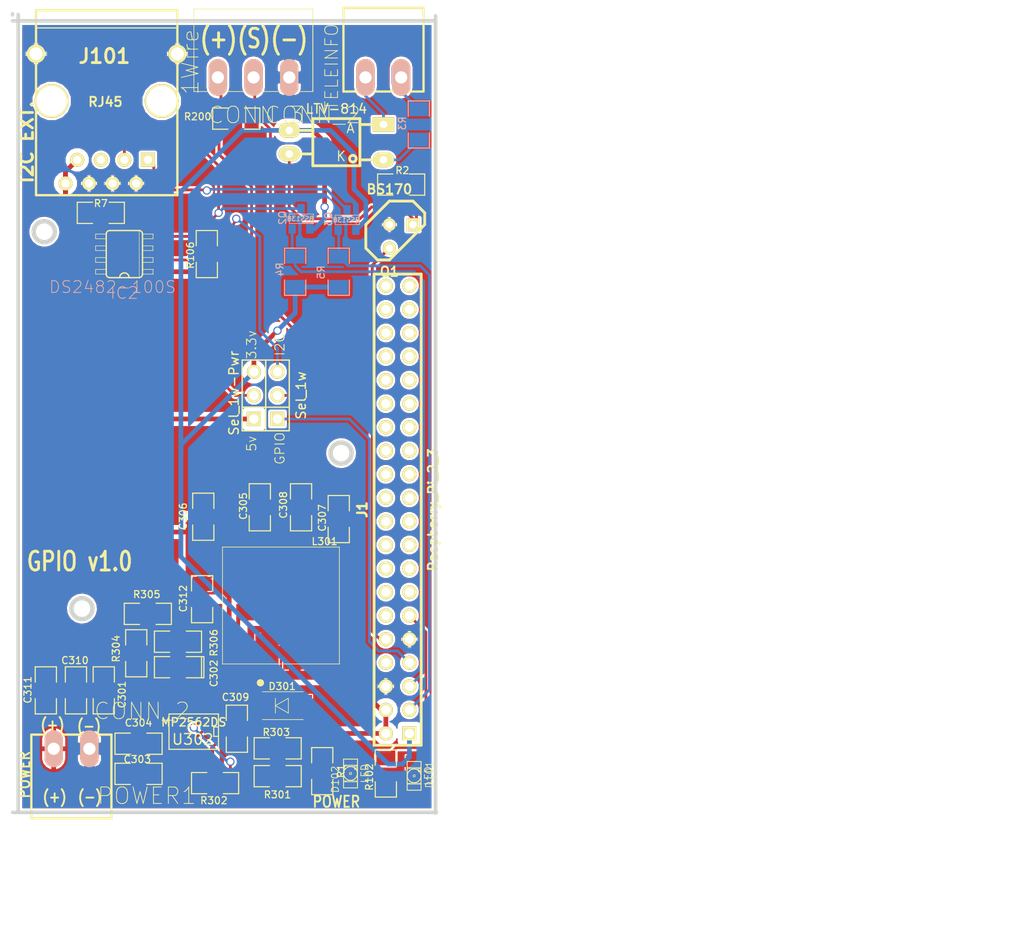
<source format=kicad_pcb>
(kicad_pcb (version 3) (host pcbnew "(2013-07-07 BZR 4022)-stable")
  (title_block (title "Short Main Board - SMB controller") (rev 0) (company "XPLDUINO project") (comment 1 "GNU GPL v2") (comment 2 "Domotic Open Source "))
  (layers (15 Dessus mixed) (0 Dessous mixed))
  (net 0 "")
  (net 1 +12V)
  (net 2 +5V)
  (net 3 1WIRE)
  (net 4 1WireOut_2)
  (net 5 3.3V)
  (net 6 GND)
  (net 7 LED_STATUS)
  (net 8 N-000001)
  (net 9 N-0000038)
  (net 10 N-0000039)
  (net 11 N-0000044)
  (net 12 N-0000048)
  (net 13 N-0000049)
  (net 14 N-0000050)
  (net 15 N-0000051)
  (net 16 N-0000052)
  (net 17 N-0000053)
  (net 18 N-0000054)
  (net 19 N-0000057)
  (net 20 N-0000058)
  (net 21 N-0000059)
  (net 22 SCL_3.3V)
  (net 23 SCL_5V)
  (net 24 SDA_3.3V)
  (net 25 SDA_5V)
  (net 26 TELEINFO_RX)
  (net 27 pre_5V)
  (module SM1206 (layer Dessus) (at 54.61 52.705 90)
    (fp_text reference R106)
    (fp_text value 10kR hide)
    (pad 1 smd rect (at -1.651 0 90) (size 1.524 2.032) (layers Dessus Dessus.Pate Dessus.Masque) (net 2 +5V))
    (pad 2 smd rect (at 1.651 0 90) (size 1.524 2.032) (layers Dessus Dessus.Pate Dessus.Masque) (net 23 SCL_5V))
  )
  (module SM1206 (layer Dessus) (at 73.914 108.712 270)
    (fp_text reference R102)
    (fp_text value 3.3kR hide)
    (pad 1 smd rect (at -1.651 0 270) (size 1.524 2.032) (layers Dessus Dessus.Pate Dessus.Masque) (net 7 LED_STATUS))
    (pad 2 smd rect (at 1.651 0 270) (size 1.524 2.032) (layers Dessus Dessus.Pate Dessus.Masque) (net 11 N-0000044))
  )
  (module LED-1206 (layer Dessus) (at 76.962 108.966 90)
    (fp_text reference D101)
    (fp_text value LED)
    (pad 1 smd rect (at -1.41986 0 90) (size 1.59766 1.80086) (layers Dessus Dessus.Pate Dessus.Masque) (net 11 N-0000044))
    (pad 2 smd rect (at 1.41986 0 90) (size 1.59766 1.80086) (layers Dessus Dessus.Pate Dessus.Masque) (net 6 GND))
  )
  (module SRF1260-150M (layer Dessus) (at 62.6 90.6 180)
    (fp_text reference L301)
    (fp_text value SRF1260-150M)
    (pad 1 smd rect (at 1.50114 -4.97586 180) (size 2.49936 3.85064) (layers Dessus Dessus.Pate Dessus.Masque) (net 27 pre_5V))
    (pad 2 smd rect (at -1.50114 -4.97586 180) (size 2.49936 3.85064) (layers Dessus Dessus.Pate Dessus.Masque) (net 27 pre_5V))
    (pad 3 smd rect (at -1.50114 4.97586 180) (size 2.49936 3.85064) (layers Dessus Dessus.Pate Dessus.Masque) (net 2 +5V))
    (pad 4 smd rect (at 1.50114 4.97586 180) (size 2.49936 3.85064) (layers Dessus Dessus.Pate Dessus.Masque) (net 2 +5V))
  )
  (module SO8E (layer Dessus) (at 53.2 104.2 180)
    (fp_text reference U302)
    (fp_text value MP2562DS)
    (pad 8 smd rect (at -1.905 -2.667 180) (size 0.59944 1.39954) (layers Dessus Dessus.Pate Dessus.Masque) (net 18 N-0000054))
    (pad 1 smd rect (at -1.905 2.667 180) (size 0.59944 1.39954) (layers Dessus Dessus.Pate Dessus.Masque) (net 27 pre_5V))
    (pad 7 smd rect (at -0.635 -2.667 180) (size 0.59944 1.39954) (layers Dessus Dessus.Pate Dessus.Masque) (net 1 +12V))
    (pad 6 smd rect (at 0.635 -2.667 180) (size 0.59944 1.39954) (layers Dessus Dessus.Pate Dessus.Masque) (net 17 N-0000053))
    (pad 5 smd rect (at 1.905 -2.667 180) (size 0.59944 1.39954) (layers Dessus Dessus.Pate Dessus.Masque) (net 6 GND))
    (pad 2 smd rect (at -0.635 2.667 180) (size 0.59944 1.39954) (layers Dessus Dessus.Pate Dessus.Masque) (net 21 N-0000059))
    (pad 3 smd rect (at 0.635 2.667 180) (size 0.59944 1.39954) (layers Dessus Dessus.Pate Dessus.Masque) (net 16 N-0000052))
    (pad 4 smd rect (at 1.905 2.667 180) (size 0.59944 1.39954) (layers Dessus Dessus.Pate Dessus.Masque) (net 19 N-0000057))
  )
  (module SM1206POL (layer Dessus) (at 51.5 97.25 180)
    (fp_text reference C302)
    (fp_text value 150pF hide)
    (pad 1 smd rect (at -1.651 0 180) (size 1.524 2.032) (layers Dessus Dessus.Pate Dessus.Masque) (net 16 N-0000052))
    (pad 2 smd rect (at 1.651 0 180) (size 1.524 2.032) (layers Dessus Dessus.Pate Dessus.Masque) (net 20 N-0000058))
  )
  (module SM1206 (layer Dessus) (at 47 95.75 90)
    (fp_text reference R304)
    (fp_text value 158k hide)
    (pad 1 smd rect (at -1.651 0 90) (size 1.524 2.032) (layers Dessus Dessus.Pate Dessus.Masque) (net 20 N-0000058))
    (pad 2 smd rect (at 1.651 0 90) (size 1.524 2.032) (layers Dessus Dessus.Pate Dessus.Masque) (net 6 GND))
  )
  (module SM1206 (layer Dessus) (at 62.25 106)
    (fp_text reference R303)
    (fp_text value 200k hide)
    (pad 1 smd rect (at -1.651 0) (size 1.524 2.032) (layers Dessus Dessus.Pate Dessus.Masque) (net 17 N-0000053))
    (pad 2 smd rect (at 1.651 0) (size 1.524 2.032) (layers Dessus Dessus.Pate Dessus.Masque) (net 6 GND))
  )
  (module SM1206 (layer Dessus) (at 51.5 94.5)
    (fp_text reference R306)
    (fp_text value 210k hide)
    (pad 1 smd rect (at -1.651 0) (size 1.524 2.032) (layers Dessus Dessus.Pate Dessus.Masque) (net 19 N-0000057))
    (pad 2 smd rect (at 1.651 0) (size 1.524 2.032) (layers Dessus Dessus.Pate Dessus.Masque) (net 2 +5V))
  )
  (module SM1206 (layer Dessus) (at 48.25 91.5 180)
    (fp_text reference R305)
    (fp_text value 40.2k hide)
    (pad 1 smd rect (at -1.651 0 180) (size 1.524 2.032) (layers Dessus Dessus.Pate Dessus.Masque) (net 19 N-0000057))
    (pad 2 smd rect (at 1.651 0 180) (size 1.524 2.032) (layers Dessus Dessus.Pate Dessus.Masque) (net 6 GND))
  )
  (module SM1206 (layer Dessus) (at 55.5 109.75)
    (fp_text reference R302)
    (fp_text value 100k hide)
    (pad 1 smd rect (at -1.651 0) (size 1.524 2.032) (layers Dessus Dessus.Pate Dessus.Masque) (net 1 +12V))
    (pad 2 smd rect (at 1.651 0) (size 1.524 2.032) (layers Dessus Dessus.Pate Dessus.Masque) (net 21 N-0000059))
  )
  (module SM1206 (layer Dessus) (at 62.25 109)
    (fp_text reference R301)
    (fp_text value 17.4k hide)
    (pad 1 smd rect (at -1.651 0) (size 1.524 2.032) (layers Dessus Dessus.Pate Dessus.Masque) (net 21 N-0000059))
    (pad 2 smd rect (at 1.651 0) (size 1.524 2.032) (layers Dessus Dessus.Pate Dessus.Masque) (net 6 GND))
  )
  (module SM1206 (layer Dessus) (at 60.325 80.01 90)
    (fp_text reference C305)
    (fp_text value 4.7uF hide)
    (pad 1 smd rect (at -1.651 0 90) (size 1.524 2.032) (layers Dessus Dessus.Pate Dessus.Masque) (net 2 +5V))
    (pad 2 smd rect (at 1.651 0 90) (size 1.524 2.032) (layers Dessus Dessus.Pate Dessus.Masque) (net 6 GND))
  )
  (module SM1206 (layer Dessus) (at 54.229 81.026 90)
    (fp_text reference C306)
    (fp_text value 4.7uF hide)
    (pad 1 smd rect (at -1.651 0 90) (size 1.524 2.032) (layers Dessus Dessus.Pate Dessus.Masque) (net 2 +5V))
    (pad 2 smd rect (at 1.651 0 90) (size 1.524 2.032) (layers Dessus Dessus.Pate Dessus.Masque) (net 6 GND))
  )
  (module SM1206 (layer Dessus) (at 68.834 81.28 90)
    (fp_text reference C307)
    (fp_text value 4.7uF hide)
    (pad 1 smd rect (at -1.651 0 90) (size 1.524 2.032) (layers Dessus Dessus.Pate Dessus.Masque) (net 2 +5V))
    (pad 2 smd rect (at 1.651 0 90) (size 1.524 2.032) (layers Dessus Dessus.Pate Dessus.Masque) (net 6 GND))
  )
  (module SM1206 (layer Dessus) (at 64.77 80.01 90)
    (fp_text reference C308)
    (fp_text value 4.7uF hide)
    (pad 1 smd rect (at -1.651 0 90) (size 1.524 2.032) (layers Dessus Dessus.Pate Dessus.Masque) (net 2 +5V))
    (pad 2 smd rect (at 1.651 0 90) (size 1.524 2.032) (layers Dessus Dessus.Pate Dessus.Masque) (net 6 GND))
  )
  (module SM1206 (layer Dessus) (at 43.5 99.75 90)
    (fp_text reference C301)
    (fp_text value 1uF hide)
    (pad 1 smd rect (at -1.651 0 90) (size 1.524 2.032) (layers Dessus Dessus.Pate Dessus.Masque) (net 1 +12V))
    (pad 2 smd rect (at 1.651 0 90) (size 1.524 2.032) (layers Dessus Dessus.Pate Dessus.Masque) (net 6 GND))
  )
  (module SM1206 (layer Dessus) (at 47.25 108.75)
    (fp_text reference C303)
    (fp_text value 1uF hide)
    (pad 1 smd rect (at -1.651 0) (size 1.524 2.032) (layers Dessus Dessus.Pate Dessus.Masque) (net 1 +12V))
    (pad 2 smd rect (at 1.651 0) (size 1.524 2.032) (layers Dessus Dessus.Pate Dessus.Masque) (net 6 GND))
  )
  (module SM1206 (layer Dessus) (at 40.5 99.75 90)
    (fp_text reference C310)
    (fp_text value 1uF hide)
    (pad 1 smd rect (at -1.651 0 90) (size 1.524 2.032) (layers Dessus Dessus.Pate Dessus.Masque) (net 1 +12V))
    (pad 2 smd rect (at 1.651 0 90) (size 1.524 2.032) (layers Dessus Dessus.Pate Dessus.Masque) (net 6 GND))
  )
  (module SM1206 (layer Dessus) (at 47.25 105.5)
    (fp_text reference C304)
    (fp_text value 1uF hide)
    (pad 1 smd rect (at -1.651 0) (size 1.524 2.032) (layers Dessus Dessus.Pate Dessus.Masque) (net 1 +12V))
    (pad 2 smd rect (at 1.651 0) (size 1.524 2.032) (layers Dessus Dessus.Pate Dessus.Masque) (net 6 GND))
  )
  (module SM1206 (layer Dessus) (at 37.25 99.75 90)
    (fp_text reference C311)
    (fp_text value 1uF hide)
    (pad 1 smd rect (at -1.651 0 90) (size 1.524 2.032) (layers Dessus Dessus.Pate Dessus.Masque) (net 1 +12V))
    (pad 2 smd rect (at 1.651 0 90) (size 1.524 2.032) (layers Dessus Dessus.Pate Dessus.Masque) (net 6 GND))
  )
  (module SM1206 (layer Dessus) (at 54.102 89.916 270)
    (fp_text reference C312)
    (fp_text value 4.7uF hide)
    (pad 1 smd rect (at -1.651 0 270) (size 1.524 2.032) (layers Dessus Dessus.Pate Dessus.Masque) (net 2 +5V))
    (pad 2 smd rect (at 1.651 0 270) (size 1.524 2.032) (layers Dessus Dessus.Pate Dessus.Masque) (net 6 GND))
  )
  (module SM1206 (layer Dessus) (at 57.8485 103.886 90)
    (fp_text reference C309)
    (fp_text value 100nF hide)
    (pad 1 smd rect (at -1.651 0 90) (size 1.524 2.032) (layers Dessus Dessus.Pate Dessus.Masque) (net 18 N-0000054))
    (pad 2 smd rect (at 1.651 0 90) (size 1.524 2.032) (layers Dessus Dessus.Pate Dessus.Masque) (net 27 pre_5V))
  )
  (module B290-13-F (layer Dessus) (at 62.8 101.4 180)
    (fp_text reference D301)
    (fp_text value B280-13-F)
    (pad 1 smd rect (at -2.14884 0 180) (size 1.99898 2.30124) (layers Dessus Dessus.Pate Dessus.Masque) (net 6 GND))
    (pad 2 smd rect (at 2.14884 0 180) (size 1.99898 2.30124) (layers Dessus Dessus.Pate Dessus.Masque) (net 27 pre_5V))
  )
  (module LED-1206 (layer Dessus) (at 70.104 108.712 90)
    (fp_text reference D102)
    (fp_text value LED)
    (pad 1 smd rect (at -1.41986 0 90) (size 1.59766 1.80086) (layers Dessus Dessus.Pate Dessus.Masque) (net 8 N-000001))
    (pad 2 smd rect (at 1.41986 0 90) (size 1.59766 1.80086) (layers Dessus Dessus.Pate Dessus.Masque) (net 6 GND))
  )
  (module SM1206 (layer Dessus) (at 67.056 108.458 270)
    (fp_text reference R1)
    (fp_text value 3.3kR hide)
    (pad 1 smd rect (at -1.651 0 270) (size 1.524 2.032) (layers Dessus Dessus.Pate Dessus.Masque) (net 2 +5V))
    (pad 2 smd rect (at 1.651 0 270) (size 1.524 2.032) (layers Dessus Dessus.Pate Dessus.Masque) (net 8 N-000001))
  )
  (module SM1206 (layer Dessus) (at 75.565 45.212 180)
    (fp_text reference R2)
    (fp_text value 10kR hide)
    (pad 1 smd rect (at -1.651 0 180) (size 1.524 2.032) (layers Dessus Dessus.Pate Dessus.Masque) (net 13 N-0000049))
    (pad 2 smd rect (at 1.651 0 180) (size 1.524 2.032) (layers Dessus Dessus.Pate Dessus.Masque) (net 6 GND))
  )
  (module SM1206 (layer Dessous) (at 77.47 38.735 270)
    (fp_text reference R3)
    (fp_text value 4.7kR hide)
    (pad 1 smd rect (at -1.651 0 270) (size 1.524 2.032) (layers Dessous Dessous.Pate Dessous.Masque) (net 14 N-0000050))
    (pad 2 smd rect (at 1.651 0 270) (size 1.524 2.032) (layers Dessous Dessous.Pate Dessous.Masque) (net 12 N-0000048))
  )
  (module SM1206 (layer Dessous) (at 64.135 54.61 270)
    (fp_text reference R4)
    (fp_text value 10kR hide)
    (pad 1 smd rect (at -1.651 0 270) (size 1.524 2.032) (layers Dessous Dessous.Pate Dessous.Masque) (net 22 SCL_3.3V))
    (pad 2 smd rect (at 1.651 0 270) (size 1.524 2.032) (layers Dessous Dessous.Pate Dessous.Masque) (net 5 3.3V))
  )
  (module 1wire-SO08 (layer Dessus) (at 45.72 52.705 90)
    (fp_text reference IC2)
    (fp_text value DS2482-100S)
    (pad 1 smd rect (at -1.905 3.0734 90) (size 0.6604 2.032) (layers Dessus Dessus.Pate Dessus.Masque) (net 2 +5V))
    (pad 2 smd rect (at -0.635 3.0734 90) (size 0.6604 2.032) (layers Dessus Dessus.Pate Dessus.Masque) (net 4 1WireOut_2))
    (pad 3 smd rect (at 0.635 3.0734 90) (size 0.6604 2.032) (layers Dessus Dessus.Pate Dessus.Masque) (net 6 GND))
    (pad 4 smd rect (at 1.905 3.0734 90) (size 0.6604 2.032) (layers Dessus Dessus.Pate Dessus.Masque) (net 23 SCL_5V))
    (pad 5 smd rect (at 1.905 -3.0734 90) (size 0.6604 2.032) (layers Dessus Dessus.Pate Dessus.Masque) (net 25 SDA_5V))
    (pad 6 smd rect (at 0.635 -3.0734 90) (size 0.6604 2.032) (layers Dessus Dessus.Pate Dessus.Masque))
    (pad 7 smd rect (at -0.635 -3.0734 90) (size 0.6604 2.032) (layers Dessus Dessus.Pate Dessus.Masque) (net 6 GND))
    (pad 8 smd rect (at -1.905 -3.0734 90) (size 0.6604 2.032) (layers Dessus Dessus.Pate Dessus.Masque) (net 6 GND))
  )
  (module SM1206 (layer Dessus) (at 57.785 38.1 180)
    (fp_text reference R200)
    (fp_text value 4.7k hide)
    (pad 1 smd rect (at -1.651 0 180) (size 1.524 2.032) (layers Dessus Dessus.Pate Dessus.Masque) (net 10 N-0000039))
    (pad 2 smd rect (at 1.651 0 180) (size 1.524 2.032) (layers Dessus Dessus.Pate Dessus.Masque) (net 9 N-0000038))
  )
  (module SM1206 (layer Dessous) (at 68.834 54.61 270)
    (fp_text reference R5)
    (fp_text value 10kR hide)
    (pad 1 smd rect (at -1.651 0 270) (size 1.524 2.032) (layers Dessous Dessous.Pate Dessous.Masque) (net 24 SDA_3.3V))
    (pad 2 smd rect (at 1.651 0 270) (size 1.524 2.032) (layers Dessous Dessous.Pate Dessous.Masque) (net 5 3.3V))
  )
  (module RJ45_BASIC (layer Dessus) (at 43.815 36.195 180)
    (fp_text reference J101)
    (fp_text value RJ45)
    (pad Hole thru_hole circle (at 5.93852 0 180) (size 3.64998 3.64998) (drill 3.2512) (layers *.Cu *.Mask Dessus.SilkS))
    (pad Hole thru_hole circle (at -5.9309 0 180) (size 3.64998 3.64998) (drill 3.2512) (layers *.Cu *.Mask Dessus.SilkS))
    (pad 1 thru_hole rect (at -4.445 -6.35 180) (size 1.50114 1.50114) (drill 0.89916) (layers *.Cu *.Mask Dessus.SilkS) (net 25 SDA_5V))
    (pad 2 thru_hole circle (at -3.175 -8.89 180) (size 1.50114 1.50114) (drill 0.89916) (layers *.Cu *.Mask Dessus.SilkS) (net 6 GND))
    (pad 3 thru_hole circle (at -1.905 -6.35 180) (size 1.50114 1.50114) (drill 0.89916) (layers *.Cu *.Mask Dessus.SilkS) (net 23 SCL_5V))
    (pad 4 thru_hole circle (at -0.635 -8.89 180) (size 1.50114 1.50114) (drill 0.89916) (layers *.Cu *.Mask Dessus.SilkS) (net 6 GND))
    (pad 5 thru_hole circle (at 0.635 -6.35 180) (size 1.50114 1.50114) (drill 0.89916) (layers *.Cu *.Mask Dessus.SilkS))
    (pad 6 thru_hole circle (at 1.905 -8.89 180) (size 1.50114 1.50114) (drill 0.89916) (layers *.Cu *.Mask Dessus.SilkS) (net 6 GND))
    (pad 7 thru_hole circle (at 3.175 -6.35 180) (size 1.50114 1.50114) (drill 0.89916) (layers *.Cu *.Mask Dessus.SilkS) (net 2 +5V))
    (pad 8 thru_hole circle (at 4.445 -8.89 180) (size 1.50114 1.50114) (drill 0.89916) (layers *.Cu *.Mask Dessus.SilkS) (net 2 +5V))
    (pad 9 thru_hole circle (at -7.62 5.08 180) (size 2 2) (drill 1.4) (layers *.Cu *.Mask Dessus.SilkS) (net 6 GND))
    (pad 9 thru_hole circle (at 7.62 5.08 180) (size 2 2) (drill 1.4) (layers *.Cu *.Mask Dessus.SilkS) (net 6 GND))
  )
  (module SOT23 (layer Dessous) (at 64.77 48.895 180)
    (fp_text reference Q2)
    (fp_text value BSS138)
    (pad 3 smd rect (at 0 1.09982 180) (size 0.8001 1.00076) (layers Dessous Dessous.Pate Dessous.Masque) (net 23 SCL_5V))
    (pad 2 smd rect (at 0.9525 -1.09982 180) (size 0.8001 1.00076) (layers Dessous Dessous.Pate Dessous.Masque) (net 22 SCL_3.3V))
    (pad 1 smd rect (at -0.9525 -1.09982 180) (size 0.8001 1.00076) (layers Dessous Dessous.Pate Dessous.Masque) (net 5 3.3V))
  )
  (module SOT23 (layer Dessous) (at 69.723 49.022 180)
    (fp_text reference Q3)
    (fp_text value BSS138)
    (pad 3 smd rect (at 0 1.09982 180) (size 0.8001 1.00076) (layers Dessous Dessous.Pate Dessous.Masque) (net 25 SDA_5V))
    (pad 2 smd rect (at 0.9525 -1.09982 180) (size 0.8001 1.00076) (layers Dessous Dessous.Pate Dessous.Masque) (net 24 SDA_3.3V))
    (pad 1 smd rect (at -0.9525 -1.09982 180) (size 0.8001 1.00076) (layers Dessous Dessous.Pate Dessous.Masque) (net 5 3.3V))
  )
  (module SM1206 (layer Dessus) (at 43.18 48.26)
    (fp_text reference R7)
    (fp_text value 10kR hide)
    (pad 1 smd rect (at -1.651 0) (size 1.524 2.032) (layers Dessus Dessus.Pate Dessus.Masque) (net 2 +5V))
    (pad 2 smd rect (at 1.651 0) (size 1.524 2.032) (layers Dessus Dessus.Pate Dessus.Masque) (net 25 SDA_5V))
  )
  (module PIN_ARRAY_20X2 (layer Dessus) (at 75.184 80.264 90)
    (fp_text reference J1)
    (fp_text value Raspberry_Pi_2_3)
    (pad 1 thru_hole rect (at -24.13 1.27 90) (size 1.524 1.524) (drill 1.016) (layers *.Cu *.Mask Dessus.SilkS) (net 5 3.3V))
    (pad 2 thru_hole circle (at -24.13 -1.27 90) (size 1.524 1.524) (drill 1.016) (layers *.Cu *.Mask Dessus.SilkS) (net 2 +5V))
    (pad 11 thru_hole circle (at -11.43 1.27 90) (size 1.524 1.524) (drill 1.016) (layers *.Cu *.Mask Dessus.SilkS) (net 7 LED_STATUS))
    (pad 4 thru_hole circle (at -21.59 -1.27 90) (size 1.524 1.524) (drill 1.016) (layers *.Cu *.Mask Dessus.SilkS) (net 2 +5V))
    (pad 13 thru_hole circle (at -8.89 1.27 90) (size 1.524 1.524) (drill 1.016) (layers *.Cu *.Mask Dessus.SilkS))
    (pad 6 thru_hole circle (at -19.05 -1.27 90) (size 1.524 1.524) (drill 1.016) (layers *.Cu *.Mask Dessus.SilkS) (net 6 GND))
    (pad 15 thru_hole circle (at -6.35 1.27 90) (size 1.524 1.524) (drill 1.016) (layers *.Cu *.Mask Dessus.SilkS))
    (pad 8 thru_hole circle (at -16.51 -1.27 90) (size 1.524 1.524) (drill 1.016) (layers *.Cu *.Mask Dessus.SilkS))
    (pad 17 thru_hole circle (at -3.81 1.27 90) (size 1.524 1.524) (drill 1.016) (layers *.Cu *.Mask Dessus.SilkS))
    (pad 10 thru_hole circle (at -13.97 -1.27 90) (size 1.524 1.524) (drill 1.016) (layers *.Cu *.Mask Dessus.SilkS) (net 26 TELEINFO_RX))
    (pad 19 thru_hole circle (at -1.27 1.27 90) (size 1.524 1.524) (drill 1.016) (layers *.Cu *.Mask Dessus.SilkS))
    (pad 12 thru_hole circle (at -11.43 -1.27 90) (size 1.524 1.524) (drill 1.016) (layers *.Cu *.Mask Dessus.SilkS))
    (pad 21 thru_hole circle (at 1.27 1.27 90) (size 1.524 1.524) (drill 1.016) (layers *.Cu *.Mask Dessus.SilkS))
    (pad 14 thru_hole circle (at -8.89 -1.27 90) (size 1.524 1.524) (drill 1.016) (layers *.Cu *.Mask Dessus.SilkS))
    (pad 23 thru_hole circle (at 3.81 1.27 90) (size 1.524 1.524) (drill 1.016) (layers *.Cu *.Mask Dessus.SilkS))
    (pad 16 thru_hole circle (at -6.35 -1.27 90) (size 1.524 1.524) (drill 1.016) (layers *.Cu *.Mask Dessus.SilkS))
    (pad 25 thru_hole circle (at 6.35 1.27 90) (size 1.524 1.524) (drill 1.016) (layers *.Cu *.Mask Dessus.SilkS))
    (pad 18 thru_hole circle (at -3.81 -1.27 90) (size 1.524 1.524) (drill 1.016) (layers *.Cu *.Mask Dessus.SilkS))
    (pad 27 thru_hole circle (at 8.89 1.27 90) (size 1.524 1.524) (drill 1.016) (layers *.Cu *.Mask Dessus.SilkS))
    (pad 20 thru_hole circle (at -1.27 -1.27 90) (size 1.524 1.524) (drill 1.016) (layers *.Cu *.Mask Dessus.SilkS))
    (pad 29 thru_hole circle (at 11.43 1.27 90) (size 1.524 1.524) (drill 1.016) (layers *.Cu *.Mask Dessus.SilkS))
    (pad 22 thru_hole circle (at 1.27 -1.27 90) (size 1.524 1.524) (drill 1.016) (layers *.Cu *.Mask Dessus.SilkS))
    (pad 31 thru_hole circle (at 13.97 1.27 90) (size 1.524 1.524) (drill 1.016) (layers *.Cu *.Mask Dessus.SilkS))
    (pad 24 thru_hole circle (at 3.81 -1.27 90) (size 1.524 1.524) (drill 1.016) (layers *.Cu *.Mask Dessus.SilkS))
    (pad 26 thru_hole circle (at 6.35 -1.27 90) (size 1.524 1.524) (drill 1.016) (layers *.Cu *.Mask Dessus.SilkS))
    (pad 33 thru_hole circle (at 16.51 1.27 90) (size 1.524 1.524) (drill 1.016) (layers *.Cu *.Mask Dessus.SilkS))
    (pad 28 thru_hole circle (at 8.89 -1.27 90) (size 1.524 1.524) (drill 1.016) (layers *.Cu *.Mask Dessus.SilkS))
    (pad 32 thru_hole circle (at 13.97 -1.27 90) (size 1.524 1.524) (drill 1.016) (layers *.Cu *.Mask Dessus.SilkS))
    (pad 34 thru_hole circle (at 16.51 -1.27 90) (size 1.524 1.524) (drill 1.016) (layers *.Cu *.Mask Dessus.SilkS))
    (pad 36 thru_hole circle (at 19.05 -1.27 90) (size 1.524 1.524) (drill 1.016) (layers *.Cu *.Mask Dessus.SilkS))
    (pad 38 thru_hole circle (at 21.59 -1.27 90) (size 1.524 1.524) (drill 1.016) (layers *.Cu *.Mask Dessus.SilkS))
    (pad 35 thru_hole circle (at 19.05 1.27 90) (size 1.524 1.524) (drill 1.016) (layers *.Cu *.Mask Dessus.SilkS))
    (pad 37 thru_hole circle (at 21.59 1.27 90) (size 1.524 1.524) (drill 1.016) (layers *.Cu *.Mask Dessus.SilkS))
    (pad 3 thru_hole circle (at -21.59 1.27 90) (size 1.524 1.524) (drill 1.016) (layers *.Cu *.Mask Dessus.SilkS) (net 24 SDA_3.3V))
    (pad 5 thru_hole circle (at -19.05 1.27 90) (size 1.524 1.524) (drill 1.016) (layers *.Cu *.Mask Dessus.SilkS) (net 22 SCL_3.3V))
    (pad 7 thru_hole circle (at -16.51 1.27 90) (size 1.524 1.524) (drill 1.016) (layers *.Cu *.Mask Dessus.SilkS) (net 3 1WIRE))
    (pad 9 thru_hole circle (at -13.97 1.27 90) (size 1.524 1.524) (drill 1.016) (layers *.Cu *.Mask Dessus.SilkS) (net 6 GND))
    (pad 39 thru_hole circle (at 24.13 1.27 90) (size 1.524 1.524) (drill 1.016) (layers *.Cu *.Mask Dessus.SilkS))
    (pad 40 thru_hole circle (at 24.13 -1.27 90) (size 1.524 1.524) (drill 1.016) (layers *.Cu *.Mask Dessus.SilkS))
    (pad 30 thru_hole circle (at 11.43 -1.27 90) (size 1.524 1.524) (drill 1.016) (layers *.Cu *.Mask Dessus.SilkS))
  )
  (module MOL_CONN_3_MINI (layer Dessus) (at 63.5 33.655 180)
    (fp_text reference 1Wire)
    (fp_text value CONN_3)
    (pad 1 thru_hole oval (at 0 0 180) (size 1.9812 3.9624) (drill 1.3208) (layers *.Cu *.SilkS *.Mask Dessus.Pate) (net 6 GND))
    (pad 2 thru_hole oval (at 3.85 0 180) (size 1.9812 3.9624) (drill 1.3208) (layers *.Cu *.SilkS *.Mask Dessus.Pate) (net 10 N-0000039))
    (pad 3 thru_hole oval (at 7.7 0 180) (size 1.9812 3.9624) (drill 1.3208) (layers *.Cu *.SilkS *.Mask Dessus.Pate) (net 9 N-0000038))
  )
  (module MOL_CONN_2_MINI (layer Dessus) (at 73.66 33.655 180)
    (fp_text reference TELEINFO)
    (fp_text value CONN_2)
    (pad 1 thru_hole oval (at -1.905 0 180) (size 1.9812 3.9624) (drill 1.3208) (layers *.Cu *.SilkS *.Mask Dessus.Pate) (net 14 N-0000050))
    (pad 2 thru_hole oval (at 1.945 0 180) (size 1.9812 3.9624) (drill 1.3208) (layers *.Cu *.SilkS *.Mask Dessus.Pate) (net 15 N-0000051))
  )
  (module PIN_ARRAY_3X1 (layer Dessus) (at 62.23 67.945 90)
    (fp_text reference Sel_1w)
    (fp_text value CONN_3 hide)
    (pad 1 thru_hole rect (at -2.54 0 90) (size 1.524 1.524) (drill 1.016) (layers *.Cu *.Mask Dessus.SilkS) (net 3 1WIRE))
    (pad 2 thru_hole circle (at 0 0 90) (size 1.524 1.524) (drill 1.016) (layers *.Cu *.Mask Dessus.SilkS) (net 10 N-0000039))
    (pad 3 thru_hole circle (at 2.54 0 90) (size 1.524 1.524) (drill 1.016) (layers *.Cu *.Mask Dessus.SilkS) (net 4 1WireOut_2))
  )
  (module PIN_ARRAY_3X1 (layer Dessus) (at 59.69 67.945 90)
    (fp_text reference Sel_1w-Pwr)
    (fp_text value CONN_3 hide)
    (pad 1 thru_hole rect (at -2.54 0 90) (size 1.524 1.524) (drill 1.016) (layers *.Cu *.Mask Dessus.SilkS) (net 2 +5V))
    (pad 2 thru_hole circle (at 0 0 90) (size 1.524 1.524) (drill 1.016) (layers *.Cu *.Mask Dessus.SilkS) (net 9 N-0000038))
    (pad 3 thru_hole circle (at 2.54 0 90) (size 1.524 1.524) (drill 1.016) (layers *.Cu *.Mask Dessus.SilkS) (net 5 3.3V))
  )
  (module OPTORESISTOR_NSL-32 (layer Dessus) (at 68.58 40.64 180)
    (fp_text reference U1 hide)
    (fp_text value LTV-814)
    (pad 1 thru_hole rect (at -5.08 1.905 180) (size 2.286 1.5748) (drill 0.8128) (layers *.Cu *.Mask Dessus.SilkS) (net 15 N-0000051))
    (pad 2 thru_hole oval (at -5.08 -1.905 180) (size 2.286 1.5748) (drill 0.8128) (layers *.Cu *.Mask Dessus.SilkS) (net 12 N-0000048))
    (pad 3 thru_hole oval (at 5.08 -1.27 180) (size 2.286 1.5748) (drill 0.8128) (layers *.Cu *.Mask Dessus.SilkS) (net 13 N-0000049))
    (pad 4 thru_hole oval (at 5.08 1.27 180) (size 2.286 1.5748) (drill 0.8128) (layers *.Cu *.Mask Dessus.SilkS) (net 5 3.3V))
  )
  (module MOL_CONN_2_MINI (layer Dessus) (at 40.005 106.045)
    (fp_text reference POWER1)
    (fp_text value CONN_2)
    (pad 1 thru_hole oval (at -1.905 0) (size 1.9812 3.9624) (drill 1.3208) (layers *.Cu *.SilkS *.Mask Dessus.Pate) (net 1 +12V))
    (pad 2 thru_hole oval (at 1.945 0) (size 1.9812 3.9624) (drill 1.3208) (layers *.Cu *.SilkS *.Mask Dessus.Pate) (net 6 GND))
  )
  (module TO92 (layer Dessus) (at 75.565 50.8)
    (fp_text reference Q1)
    (fp_text value BS170)
    (pad 1 thru_hole rect (at 1.27 -1.27) (size 1.397 1.397) (drill 0.8128) (layers *.Cu *.Mask Dessus.SilkS) (net 13 N-0000049))
    (pad 2 thru_hole circle (at -1.27 -1.27) (size 1.397 1.397) (drill 0.8128) (layers *.Cu *.Mask Dessus.SilkS) (net 6 GND))
    (pad 3 thru_hole circle (at -1.27 1.27) (size 1.397 1.397) (drill 0.8128) (layers *.Cu *.Mask Dessus.SilkS) (net 26 TELEINFO_RX))
  )
  (segment (start 41.529 48.26) (end 41.148 48.26) (width 0.508) (layer Dessus) (net 2))
  (segment (start 41.148 48.26) (end 39.37 46.482) (width 0.508) (layer Dessus) (net 2))
  (segment (start 39.37 46.482) (end 39.37 45.085) (width 0.508) (layer Dessus) (net 2))
  (segment (start 39.37 46.482) (end 39.37 45.085) (width 0.508) (layer Dessus) (net 2))
  (segment (start 39.37 45.085) (end 39.37 43.815) (width 0.508) (layer Dessus) (net 2))
  (segment (start 39.37 43.815) (end 40.64 42.545) (width 0.508) (layer Dessus) (net 2))
  (segment (start 73.914 104.394) (end 68.072 104.394) (width 0.508) (layer Dessus) (net 2))
  (segment (start 67.056 105.41) (end 67.056 106.807) (width 0.508) (layer Dessus) (net 2))
  (segment (start 68.072 104.394) (end 67.056 105.41) (width 0.508) (layer Dessus) (net 2))
  (segment (start 73.914 101.854) (end 73.406 101.854) (width 0.508) (layer Dessus) (net 2))
  (segment (start 69.596 83.693) (end 68.834 82.931) (width 0.508) (layer Dessus) (net 2))
  (segment (start 69.596 98.044) (end 69.596 83.693) (width 0.508) (layer Dessus) (net 2))
  (segment (start 73.406 101.854) (end 69.596 98.044) (width 0.508) (layer Dessus) (net 2))
  (segment (start 73.914 104.394) (end 73.914 101.854) (width 0.508) (layer Dessus) (net 2))
  (segment (start 48.7934 54.61) (end 54.356 54.61) (width 0.508) (layer Dessus) (net 2))
  (segment (start 54.356 54.61) (end 54.61 54.356) (width 0.508) (layer Dessus) (net 2))
  (segment (start 53.151 94.5) (end 55.5505 94.5) (width 0.508) (layer Dessus) (net 2))
  (segment (start 55.5625 88.265) (end 54.102 88.265) (width 0.508) (layer Dessus) (net 2))
  (segment (start 57.023 89.7255) (end 55.5625 88.265) (width 0.508) (layer Dessus) (net 2))
  (segment (start 57.023 93.0275) (end 57.023 89.7255) (width 0.508) (layer Dessus) (net 2))
  (segment (start 55.5505 94.5) (end 57.023 93.0275) (width 0.508) (layer Dessus) (net 2))
  (segment (start 59.69 70.485) (end 40.0685 70.485) (width 0.508) (layer Dessus) (net 2))
  (segment (start 40.0685 70.485) (end 39.37 69.7865) (width 0.508) (layer Dessus) (net 2))
  (segment (start 39.37 56.007) (end 39.37 69.7865) (width 0.508) (layer Dessus) (net 2))
  (segment (start 39.37 69.7865) (end 39.37 80.7085) (width 0.508) (layer Dessus) (net 2))
  (segment (start 41.3385 82.677) (end 54.229 82.677) (width 0.508) (layer Dessus) (net 2))
  (segment (start 39.37 80.7085) (end 41.3385 82.677) (width 0.508) (layer Dessus) (net 2))
  (segment (start 39.37 43.815) (end 39.37 46.482) (width 0.508) (layer Dessus) (net 2))
  (segment (start 39.37 46.482) (end 39.37 56.007) (width 0.508) (layer Dessus) (net 2))
  (segment (start 39.37 56.007) (end 39.37 56.9595) (width 0.508) (layer Dessus) (net 2))
  (segment (start 46.3804 57.023) (end 46.4312 56.9722) (width 0.508) (layer Dessus) (net 2))
  (segment (start 46.4312 56.9722) (end 48.7934 54.61) (width 0.508) (layer Dessus) (net 2))
  (segment (start 39.4335 57.023) (end 46.3804 57.023) (width 0.508) (layer Dessus) (net 2))
  (segment (start 39.37 56.9595) (end 39.4335 57.023) (width 0.508) (layer Dessus) (net 2))
  (segment (start 68.834 70.485) (end 69.977 70.485) (width 0.3) (layer Dessous) (net 3))
  (segment (start 75.184 95.504) (end 76.454 96.774) (width 0.3) (layer Dessous) (net 3))
  (segment (start 73.152 95.504) (end 75.184 95.504) (width 0.3) (layer Dessous) (net 3))
  (segment (start 72.136 94.488) (end 73.152 95.504) (width 0.3) (layer Dessous) (net 3))
  (segment (start 72.136 72.644) (end 72.136 94.488) (width 0.3) (layer Dessous) (net 3))
  (segment (start 69.977 70.485) (end 72.136 72.644) (width 0.3) (layer Dessous) (net 3))
  (segment (start 68.834 70.485) (end 62.23 70.485) (width 0.3) (layer Dessous) (net 3))
  (segment (start 50.292 53.34) (end 52.578 53.34) (width 0.3) (layer Dessus) (net 4))
  (segment (start 53.213 52.705) (end 53.594 52.705) (width 0.3) (layer Dessus) (net 4))
  (segment (start 52.578 53.34) (end 53.213 52.705) (width 0.3) (layer Dessus) (net 4))
  (segment (start 62.23 65.405) (end 62.23 62.865) (width 0.3) (layer Dessous) (net 4))
  (segment (start 62.23 62.865) (end 60.325 60.96) (width 0.3) (layer Dessous) (net 4))
  (segment (start 48.7934 53.34) (end 50.292 53.34) (width 0.3) (layer Dessus) (net 4))
  (segment (start 53.594 52.705) (end 55.88 52.705) (width 0.3) (layer Dessus) (net 4))
  (segment (start 57.15 50.165) (end 57.15 51.054) (width 0.3) (layer Dessus) (net 4))
  (segment (start 57.785 48.895) (end 57.15 50.165) (width 0.3) (layer Dessus) (net 4))
  (via (at 57.785 48.895) (size 0.889) (layers Dessus Dessous) (net 4))
  (segment (start 60.325 50.8) (end 57.785 48.895) (width 0.3) (layer Dessous) (net 4))
  (segment (start 60.325 60.96) (end 60.325 50.8) (width 0.3) (layer Dessous) (net 4))
  (segment (start 57.15 51.054) (end 57.15 51.435) (width 0.3) (layer Dessus) (net 4))
  (segment (start 57.15 51.435) (end 55.88 52.705) (width 0.3) (layer Dessus) (net 4))
  (segment (start 64.135 56.261) (end 64.135 59.055) (width 0.508) (layer Dessous) (net 5))
  (segment (start 59.69 63.5) (end 59.69 65.405) (width 0.508) (layer Dessus) (net 5))
  (segment (start 62.23 60.96) (end 59.69 63.5) (width 0.508) (layer Dessus) (net 5))
  (via (at 62.23 60.96) (size 0.889) (layers Dessus Dessous) (net 5))
  (segment (start 64.135 59.055) (end 62.23 60.96) (width 0.508) (layer Dessous) (net 5))
  (segment (start 65.7225 49.99482) (end 66.21018 49.99482) (width 0.508) (layer Dessous) (net 5))
  (segment (start 66.04 39.37) (end 63.5 39.37) (width 0.508) (layer Dessus) (net 5))
  (segment (start 67.31 40.64) (end 66.04 39.37) (width 0.508) (layer Dessus) (net 5))
  (segment (start 67.31 47.625) (end 67.31 40.64) (width 0.508) (layer Dessus) (net 5))
  (via (at 67.31 47.625) (size 0.889) (layers Dessus Dessous) (net 5))
  (segment (start 67.31 48.895) (end 67.31 47.625) (width 0.508) (layer Dessous) (net 5))
  (segment (start 66.21018 49.99482) (end 67.31 48.895) (width 0.508) (layer Dessous) (net 5))
  (segment (start 64.135 56.261) (end 68.834 56.261) (width 0.508) (layer Dessous) (net 5))
  (segment (start 63.5 39.37) (end 67.945 39.37) (width 0.508) (layer Dessous) (net 5))
  (segment (start 71.755 49.04232) (end 70.6755 50.12182) (width 0.508) (layer Dessous) (net 5))
  (segment (start 71.755 46.99) (end 71.755 49.04232) (width 0.508) (layer Dessous) (net 5))
  (segment (start 70.485 45.72) (end 71.755 46.99) (width 0.508) (layer Dessous) (net 5))
  (segment (start 70.485 41.91) (end 70.485 45.72) (width 0.508) (layer Dessous) (net 5))
  (segment (start 67.945 39.37) (end 70.485 41.91) (width 0.508) (layer Dessous) (net 5))
  (segment (start 51.816 74.295) (end 51.816 45.974) (width 0.508) (layer Dessous) (net 5))
  (segment (start 58.42 39.37) (end 63.5 39.37) (width 0.508) (layer Dessous) (net 5))
  (segment (start 51.816 45.974) (end 58.42 39.37) (width 0.508) (layer Dessous) (net 5))
  (segment (start 51.816 83.439) (end 51.816 85.344) (width 0.508) (layer Dessous) (net 5))
  (segment (start 76.454 106.934) (end 76.454 104.394) (width 0.508) (layer Dessous) (net 5))
  (segment (start 75.692 107.696) (end 76.454 106.934) (width 0.508) (layer Dessous) (net 5))
  (segment (start 74.168 107.696) (end 75.692 107.696) (width 0.508) (layer Dessous) (net 5))
  (segment (start 51.816 85.344) (end 74.168 107.696) (width 0.508) (layer Dessous) (net 5))
  (segment (start 66.04 56.261) (end 68.834 56.261) (width 0.508) (layer Dessous) (net 5))
  (segment (start 51.816 83.439) (end 51.816 74.295) (width 0.508) (layer Dessous) (net 5))
  (segment (start 51.816 74.295) (end 51.816 73.66) (width 0.508) (layer Dessous) (net 5))
  (segment (start 51.816 73.66) (end 51.816 73.279) (width 0.508) (layer Dessous) (net 5))
  (segment (start 51.816 73.279) (end 59.69 65.405) (width 0.508) (layer Dessous) (net 5))
  (segment (start 78.232 105.156) (end 78.232 105.41) (width 0.3) (layer Dessus) (net 7))
  (segment (start 75.057 105.918) (end 73.914 107.061) (width 0.3) (layer Dessus) (net 7))
  (segment (start 77.724 105.918) (end 75.057 105.918) (width 0.3) (layer Dessus) (net 7))
  (segment (start 78.232 105.41) (end 77.724 105.918) (width 0.3) (layer Dessus) (net 7))
  (segment (start 78.232 105.156) (end 78.232 93.472) (width 0.3) (layer Dessus) (net 7))
  (segment (start 78.232 93.472) (end 76.454 91.694) (width 0.3) (layer Dessus) (net 7))
  (segment (start 67.056 110.109) (end 70.08114 110.109) (width 0.3) (layer Dessus) (net 8))
  (segment (start 70.08114 110.109) (end 70.104 110.13186) (width 0.3) (layer Dessus) (net 8))
  (segment (start 56.134 38.1) (end 56.134 32.592) (width 0.3) (layer Dessus) (net 9))
  (segment (start 56.134 32.592) (end 55.927 32.385) (width 0.3) (layer Dessus) (net 9))
  (segment (start 55.927 41.275) (end 55.927 38.307) (width 0.3) (layer Dessus) (net 9))
  (segment (start 55.927 38.307) (end 56.134 38.1) (width 0.3) (layer Dessus) (net 9))
  (segment (start 55.927 41.275) (end 55.927 41.957) (width 0.3) (layer Dessus) (net 9))
  (segment (start 59.436 45.466) (end 59.436 49.276) (width 0.3) (layer Dessus) (net 9))
  (segment (start 55.927 41.957) (end 59.436 45.466) (width 0.3) (layer Dessus) (net 9))
  (segment (start 59.69 67.945) (end 57.658 67.945) (width 0.3) (layer Dessus) (net 9))
  (segment (start 59.436 59.563) (end 59.436 49.276) (width 0.3) (layer Dessus) (net 9))
  (segment (start 56.769 62.23) (end 59.436 59.563) (width 0.3) (layer Dessus) (net 9))
  (segment (start 56.769 67.056) (end 56.769 62.23) (width 0.3) (layer Dessus) (net 9))
  (segment (start 57.658 67.945) (end 56.769 67.056) (width 0.3) (layer Dessus) (net 9))
  (segment (start 62.23 67.945) (end 63.5 67.945) (width 0.3) (layer Dessus) (net 10))
  (segment (start 63.5 67.945) (end 64.135 67.31) (width 0.3) (layer Dessus) (net 10))
  (segment (start 64.135 67.31) (end 64.135 60.96) (width 0.3) (layer Dessus) (net 10))
  (segment (start 64.135 60.96) (end 61.468 58.293) (width 0.3) (layer Dessus) (net 10))
  (segment (start 59.777 32.385) (end 59.777 37.759) (width 0.3) (layer Dessus) (net 10))
  (segment (start 59.777 37.759) (end 59.436 38.1) (width 0.3) (layer Dessus) (net 10))
  (segment (start 59.436 38.1) (end 60.325 38.1) (width 0.3) (layer Dessus) (net 10))
  (segment (start 60.325 38.1) (end 61.468 39.243) (width 0.3) (layer Dessus) (net 10))
  (segment (start 61.468 58.293) (end 61.468 39.243) (width 0.3) (layer Dessus) (net 10))
  (segment (start 63.5 67.945) (end 64.135 67.31) (width 0.3) (layer Dessus) (net 10))
  (segment (start 73.914 110.363) (end 76.93914 110.363) (width 0.3) (layer Dessus) (net 11))
  (segment (start 76.93914 110.363) (end 76.962 110.38586) (width 0.3) (layer Dessus) (net 11))
  (segment (start 73.66 42.545) (end 75.311 42.545) (width 0.3) (layer Dessous) (net 12))
  (segment (start 75.311 42.545) (end 77.47 40.386) (width 0.3) (layer Dessous) (net 12))
  (segment (start 63.5 47.625) (end 64.77 48.895) (width 0.3) (layer Dessus) (net 13))
  (segment (start 63.5 41.91) (end 63.5 47.625) (width 0.3) (layer Dessus) (net 13))
  (segment (start 76.835 48.895) (end 76.835 49.53) (width 0.3) (layer Dessus) (net 13))
  (segment (start 75.565 47.625) (end 76.835 48.895) (width 0.3) (layer Dessus) (net 13))
  (segment (start 72.39 47.625) (end 75.565 47.625) (width 0.3) (layer Dessus) (net 13))
  (segment (start 71.12 48.895) (end 72.39 47.625) (width 0.3) (layer Dessus) (net 13))
  (segment (start 64.77 48.895) (end 71.12 48.895) (width 0.3) (layer Dessus) (net 13))
  (segment (start 77.216 45.212) (end 77.216 49.149) (width 0.3) (layer Dessus) (net 13))
  (segment (start 77.216 49.149) (end 76.835 49.53) (width 0.3) (layer Dessus) (net 13))
  (segment (start 75.565 33.655) (end 75.565 35.179) (width 0.3) (layer Dessous) (net 14))
  (segment (start 75.565 35.179) (end 77.47 37.084) (width 0.3) (layer Dessous) (net 14))
  (segment (start 74.676 32.512) (end 74.676 34.29) (width 0.3) (layer Dessous) (net 14))
  (segment (start 74.676 34.29) (end 77.47 37.084) (width 0.3) (layer Dessous) (net 14))
  (segment (start 73.66 38.735) (end 73.66 37.592) (width 0.3) (layer Dessous) (net 15))
  (segment (start 71.715 35.647) (end 71.715 33.655) (width 0.3) (layer Dessous) (net 15))
  (segment (start 73.66 37.592) (end 71.715 35.647) (width 0.3) (layer Dessous) (net 15))
  (segment (start 52.565 101.533) (end 52.565 97.836) (width 0.3) (layer Dessus) (net 16))
  (segment (start 52.565 97.836) (end 53.151 97.25) (width 0.3) (layer Dessus) (net 16))
  (segment (start 54.6735 103.759) (end 59.759 103.759) (width 0.3) (layer Dessus) (net 17))
  (segment (start 59.759 103.759) (end 60.599 104.599) (width 0.3) (layer Dessus) (net 17))
  (segment (start 60.599 104.599) (end 60.599 106) (width 0.3) (layer Dessus) (net 17))
  (segment (start 52.565 106.867) (end 52.565 105.7405) (width 0.3) (layer Dessus) (net 17))
  (segment (start 54.5465 103.759) (end 54.6735 103.759) (width 0.3) (layer Dessus) (net 17))
  (segment (start 52.565 105.7405) (end 54.5465 103.759) (width 0.3) (layer Dessus) (net 17))
  (segment (start 60.599 104.599) (end 60.599 106) (width 0.3) (layer Dessus) (net 17))
  (segment (start 55.105 106.867) (end 55.105 105.9945) (width 0.3) (layer Dessus) (net 18))
  (segment (start 55.5625 105.537) (end 57.8485 105.537) (width 0.3) (layer Dessus) (net 18))
  (segment (start 55.105 105.9945) (end 55.5625 105.537) (width 0.3) (layer Dessus) (net 18))
  (segment (start 49.849 94.5) (end 51 94.5) (width 0.3) (layer Dessus) (net 19))
  (segment (start 51.295 94.795) (end 51.295 101.533) (width 0.3) (layer Dessus) (net 19))
  (segment (start 51 94.5) (end 51.295 94.795) (width 0.3) (layer Dessus) (net 19))
  (segment (start 49.901 91.5) (end 49.901 94.448) (width 0.3) (layer Dessus) (net 19))
  (segment (start 49.901 94.448) (end 49.849 94.5) (width 0.3) (layer Dessus) (net 19))
  (segment (start 47 97.401) (end 49.698 97.401) (width 0.3) (layer Dessus) (net 20))
  (segment (start 49.698 97.401) (end 49.849 97.25) (width 0.3) (layer Dessus) (net 20))
  (segment (start 53.213 103.759) (end 53.213 103.8225) (width 0.3) (layer Dessous) (net 21))
  (segment (start 57.151 107.443) (end 57.151 109.75) (width 0.3) (layer Dessus) (net 21))
  (segment (start 57.15 107.442) (end 57.151 107.443) (width 0.3) (layer Dessus) (net 21))
  (via (at 57.15 107.442) (size 0.889) (layers Dessus Dessous) (net 21))
  (segment (start 56.8325 107.442) (end 57.15 107.442) (width 0.3) (layer Dessous) (net 21))
  (segment (start 53.213 103.8225) (end 56.8325 107.442) (width 0.3) (layer Dessous) (net 21))
  (segment (start 53.835 101.533) (end 53.835 103.137) (width 0.3) (layer Dessus) (net 21))
  (via (at 53.213 103.759) (size 0.889) (layers Dessus Dessous) (net 21))
  (segment (start 53.835 103.137) (end 53.213 103.759) (width 0.3) (layer Dessus) (net 21))
  (segment (start 60.599 109) (end 57.901 109) (width 0.3) (layer Dessus) (net 21))
  (segment (start 57.901 109) (end 57.151 109.75) (width 0.3) (layer Dessus) (net 21))
  (segment (start 64.135 52.959) (end 64.135 53.975) (width 0.3) (layer Dessous) (net 22))
  (segment (start 64.77 54.61) (end 68.58 54.61) (width 0.3) (layer Dessous) (net 22))
  (segment (start 64.135 53.975) (end 64.77 54.61) (width 0.3) (layer Dessous) (net 22))
  (segment (start 63.8175 49.99482) (end 63.8175 52.6415) (width 0.3) (layer Dessous) (net 22))
  (segment (start 63.8175 52.6415) (end 64.135 52.959) (width 0.3) (layer Dessous) (net 22))
  (segment (start 76.962 54.61) (end 77.978 55.626) (width 0.3) (layer Dessous) (net 22))
  (segment (start 68.58 54.61) (end 76.962 54.61) (width 0.3) (layer Dessous) (net 22))
  (segment (start 77.724 98.044) (end 76.454 99.314) (width 0.3) (layer Dessous) (net 22))
  (segment (start 77.978 55.626) (end 77.978 97.79) (width 0.3) (layer Dessous) (net 22))
  (segment (start 77.978 97.79) (end 77.724 98.044) (width 0.3) (layer Dessous) (net 22))
  (segment (start 45.72 42.545) (end 45.72 41.275) (width 0.3) (layer Dessus) (net 23))
  (segment (start 45.72 41.275) (end 46.99 40.005) (width 0.3) (layer Dessus) (net 23))
  (segment (start 46.99 40.005) (end 52.705 40.005) (width 0.3) (layer Dessus) (net 23))
  (segment (start 55.88 43.18) (end 55.88 48.26) (width 0.3) (layer Dessus) (net 23))
  (segment (start 52.705 40.005) (end 55.88 43.18) (width 0.3) (layer Dessus) (net 23))
  (segment (start 64.77 47.79518) (end 56.34482 47.79518) (width 0.3) (layer Dessous) (net 23))
  (segment (start 56.34482 47.79518) (end 55.88 48.26) (width 0.3) (layer Dessous) (net 23))
  (segment (start 54.61 51.054) (end 54.61 49.53) (width 0.3) (layer Dessus) (net 23))
  (segment (start 54.61 49.53) (end 55.88 48.26) (width 0.3) (layer Dessus) (net 23))
  (segment (start 55.88 48.26) (end 56.34482 47.79518) (width 0.3) (layer Dessous) (net 23))
  (via (at 55.88 48.26) (size 0.889) (layers Dessus Dessous) (net 23))
  (segment (start 48.7934 50.8) (end 54.356 50.8) (width 0.3) (layer Dessus) (net 23))
  (segment (start 54.356 50.8) (end 54.61 51.054) (width 0.3) (layer Dessus) (net 23))
  (segment (start 76.454 101.854) (end 78.359 99.949) (width 0.3) (layer Dessous) (net 24))
  (segment (start 77.618478 53.975) (end 69.85 53.975) (width 0.3) (layer Dessous) (net 24))
  (segment (start 78.613 54.969522) (end 77.618478 53.975) (width 0.3) (layer Dessous) (net 24))
  (segment (start 78.613 99.695) (end 78.613 54.969522) (width 0.3) (layer Dessous) (net 24))
  (segment (start 78.486 99.822) (end 78.613 99.695) (width 0.3) (layer Dessous) (net 24))
  (segment (start 78.359 99.949) (end 78.486 99.822) (width 0.3) (layer Dessous) (net 24))
  (segment (start 69.85 53.975) (end 68.834 52.959) (width 0.3) (layer Dessous) (net 24))
  (segment (start 69.85 53.975) (end 68.834 52.959) (width 0.3) (layer Dessous) (net 24))
  (segment (start 68.834 52.959) (end 68.834 50.18532) (width 0.3) (layer Dessous) (net 24))
  (segment (start 68.834 50.18532) (end 68.7705 50.12182) (width 0.3) (layer Dessous) (net 24))
  (segment (start 48.26 42.545) (end 48.895 43.18) (width 0.3) (layer Dessus) (net 25))
  (segment (start 48.895 43.18) (end 48.895 44.45) (width 0.3) (layer Dessus) (net 25))
  (segment (start 66.294 45.72) (end 67.52082 45.72) (width 0.3) (layer Dessous) (net 25))
  (segment (start 67.52082 45.72) (end 69.723 47.92218) (width 0.3) (layer Dessous) (net 25))
  (segment (start 48.8315 45.7835) (end 54.5465 45.7835) (width 0.3) (layer Dessus) (net 25))
  (segment (start 54.737 45.72) (end 66.294 45.72) (width 0.3) (layer Dessous) (net 25))
  (segment (start 54.61 45.847) (end 54.737 45.72) (width 0.3) (layer Dessous) (net 25))
  (via (at 54.61 45.847) (size 0.889) (layers Dessus Dessous) (net 25))
  (segment (start 54.5465 45.7835) (end 54.61 45.847) (width 0.3) (layer Dessus) (net 25))
  (segment (start 42.6466 50.8) (end 43.688 50.8) (width 0.3) (layer Dessus) (net 25))
  (segment (start 44.831 49.657) (end 44.831 47.625) (width 0.3) (layer Dessus) (net 25))
  (segment (start 43.688 50.8) (end 44.831 49.657) (width 0.3) (layer Dessus) (net 25))
  (segment (start 44.831 47.625) (end 46.99 47.625) (width 0.3) (layer Dessus) (net 25))
  (segment (start 46.99 47.625) (end 48.8315 45.7835) (width 0.3) (layer Dessus) (net 25))
  (segment (start 48.8315 45.7835) (end 48.895 45.72) (width 0.3) (layer Dessus) (net 25))
  (segment (start 48.895 45.72) (end 48.895 44.45) (width 0.3) (layer Dessus) (net 25))
  (segment (start 73.914 94.234) (end 73.279 94.234) (width 0.3) (layer Dessus) (net 26))
  (segment (start 72.4535 93.4085) (end 72.4535 53.9115) (width 0.3) (layer Dessus) (net 26))
  (segment (start 73.279 94.234) (end 72.4535 93.4085) (width 0.3) (layer Dessus) (net 26))
  (segment (start 72.4535 53.9115) (end 74.295 52.07) (width 0.3) (layer Dessus) (net 26))
  (segment (start 72.4535 53.9115) (end 74.295 52.07) (width 0.3) (layer Dessus) (net 26))
  (segment (start 61.09886 95.57586) (end 64.10114 95.57586) (width 0.3) (layer Dessus) (net 27))
  (segment (start 57.4325 101.819) (end 57.8485 102.235) (width 0.3) (layer Dessus) (net 27))
  (segment (start 60.10216 101.949) (end 60.65116 101.4) (width 0.508) (layer Dessus) (net 27))
  (zone (net 6) (net_name GND) (layer Dessus) (connect_pads (clearance 0.254)) (min_thickness 0.127) (fill (arc_segments 16) (thermal_gap 0.127) (thermal_bridge_width 1.27))
    (polygon (pts (xy 79.248 112.903) (xy 34.29 113.03) (xy 34.29 27.305) (xy 79.248 27.051)))
    (polygon (pts (xy 67.2 99.2) (xy 67.2 92.2) (xy 58.2 92.2) (xy 58.2 99.2) (xy 54 99.2) (xy 54 104) (xy 63.2 104) (xy 63.2 99.2)))
    (polygon (pts (xy 71.12 90.424) (xy 71.12 80.772) (xy 67.2 80.8) (xy 67.2 79.6) (xy 57.8 79.6) (xy 57.8 80.4) (xy 51.562 80.391) (xy 51.562 82.296) (xy 51.562 86.868) (xy 51.562 88.519) (xy 51.562 90.424)))
    (polygon (pts (xy 36 99.25) (xy 35 99.25) (xy 35 103.5) (xy 35.052 110.109) (xy 40.513 110.109) (xy 40.513 103.378) (xy 43.561 103.378) (xy 43.561 112.0775) (xy 56.007 112.0775) (xy 56 107.75) (xy 56 105) (xy 51.75 105) (xy 51.75 110) (xy 48 110) (xy 47.75 110) (xy 47.75 99.25) (xy 36 99.25)))
  )
  (zone (net 27) (net_name pre_5V) (layer Dessus) (connect_pads (clearance 0.254)) (min_thickness 0.127) (fill (arc_segments 16) (thermal_gap 0.127) (thermal_bridge_width 1.27))
    (polygon (pts (xy 66.4 98.6) (xy 62.6 98.6) (xy 62.6 103.4) (xy 54.6 103.4) (xy 54.6 100) (xy 59 100) (xy 59 92.8) (xy 66.4 92.8)))
  )
  (zone (net 2) (net_name +5V) (layer Dessus) (connect_pads (clearance 0.254)) (min_thickness 0.127) (fill (arc_segments 16) (thermal_gap 0.127) (thermal_bridge_width 1.27))
    (polygon (pts (xy 70.612 89.408) (xy 52.324 89.408) (xy 52.324 86.106) (xy 52.324 83.185) (xy 52.324 83.185) (xy 52.324 81.407) (xy 59.6011 81.407) (xy 59.6011 80.7593) (xy 66.167 80.772) (xy 66.167 81.788) (xy 70.612 81.788)))
  )
  (zone (net 6) (net_name GND) (layer Dessous) (connect_pads (clearance 0.254)) (min_thickness 0.127) (fill (arc_segments 16) (thermal_gap 0.127) (thermal_bridge_width 1.27))
    (polygon (pts (xy 34.29 27.305) (xy 79.248 27.051) (xy 79.248 112.903) (xy 34.29 113.03)))
  )
  (zone (net 1) (net_name +12V) (layer Dessus) (connect_pads (clearance 0.508)) (min_thickness 0.254) (fill (arc_segments 16) (thermal_gap 0.254) (thermal_bridge_width 0.508))
    (polygon (pts (xy 55.245 111.506) (xy 44.2595 111.506) (xy 44.25 108) (xy 44.196 102.87) (xy 39.878 102.87) (xy 39.878 109.22) (xy 35.687 109.22) (xy 35.75 102.75) (xy 35.75 100.25) (xy 47 100.25) (xy 47 110.75) (xy 52.5 110.75) (xy 52.5 108.25) (xy 53.25 108.25) (xy 53.25 105.75) (xy 54.5 105.75) (xy 54.5 108.25) (xy 55.25 108.25)))
  )
)
</source>
